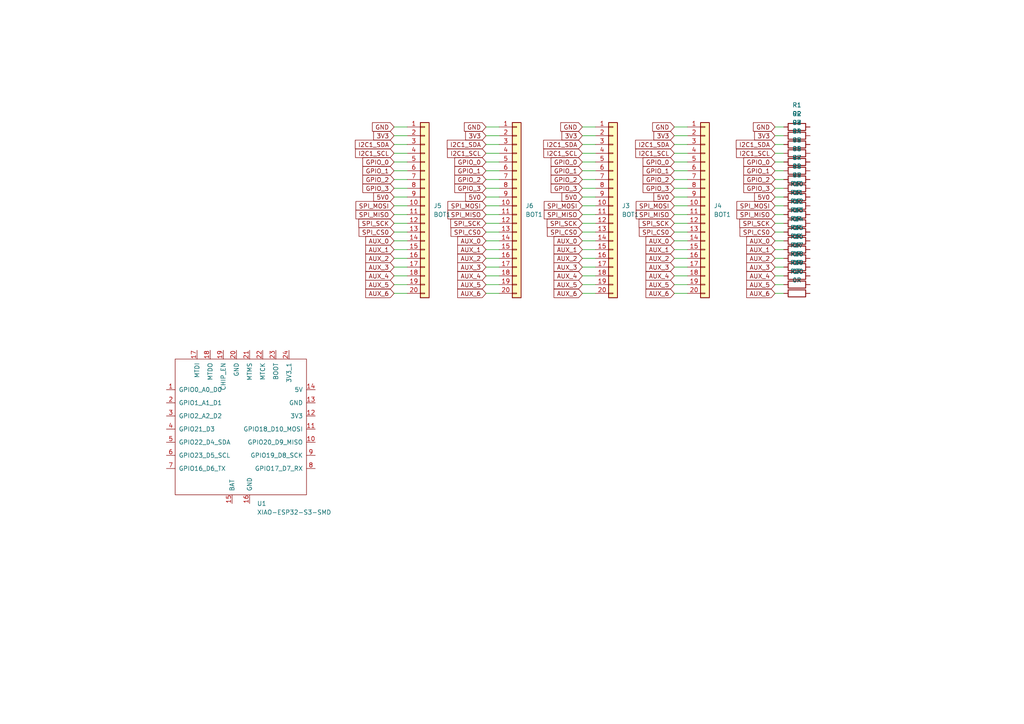
<source format=kicad_sch>
(kicad_sch (version 20250114) (generator "eeschema") (generator_version "9.0")
  (paper "A4")
  (lib_symbols
    (symbol "Connector_Generic:Conn_01x20" (pin_names (offset 1.016) (hide yes))
      (property "Reference" "J" (at 0 25.4 0))
      (property "Value" "Conn_01x20" (at 0 -27.94 0))
      (symbol "Conn_01x20_1_1"
        (rectangle (start -1.27 24.13) (end 1.27 -26.67) (stroke (width 0.254)) (fill (type background)))
        (rectangle (start -1.27 22.987) (end 0 22.733) (stroke (width 0.1524)))
        (rectangle (start -1.27 20.447) (end 0 20.193) (stroke (width 0.1524)))
        (rectangle (start -1.27 17.907) (end 0 17.653) (stroke (width 0.1524)))
        (rectangle (start -1.27 15.367) (end 0 15.113) (stroke (width 0.1524)))
        (rectangle (start -1.27 12.827) (end 0 12.573) (stroke (width 0.1524)))
        (rectangle (start -1.27 10.287) (end 0 10.033) (stroke (width 0.1524)))
        (rectangle (start -1.27 7.747) (end 0 7.493) (stroke (width 0.1524)))
        (rectangle (start -1.27 5.207) (end 0 4.953) (stroke (width 0.1524)))
        (rectangle (start -1.27 2.667) (end 0 2.413) (stroke (width 0.1524)))
        (rectangle (start -1.27 0.127) (end 0 -0.127) (stroke (width 0.1524)))
        (rectangle (start -1.27 -2.413) (end 0 -2.667) (stroke (width 0.1524)))
        (rectangle (start -1.27 -4.953) (end 0 -5.207) (stroke (width 0.1524)))
        (rectangle (start -1.27 -7.493) (end 0 -7.747) (stroke (width 0.1524)))
        (rectangle (start -1.27 -10.033) (end 0 -10.287) (stroke (width 0.1524)))
        (rectangle (start -1.27 -12.573) (end 0 -12.827) (stroke (width 0.1524)))
        (rectangle (start -1.27 -15.113) (end 0 -15.367) (stroke (width 0.1524)))
        (rectangle (start -1.27 -17.653) (end 0 -17.907) (stroke (width 0.1524)))
        (rectangle (start -1.27 -20.193) (end 0 -20.447) (stroke (width 0.1524)))
        (rectangle (start -1.27 -22.733) (end 0 -22.987) (stroke (width 0.1524)))
        (rectangle (start -1.27 -25.273) (end 0 -25.527) (stroke (width 0.1524)))
        (pin passive line (at -5.08 22.86 0) (length 3.81) (name "Pin_1") (number "1"))
        (pin passive line (at -5.08 20.32 0) (length 3.81) (name "Pin_2") (number "2"))
        (pin passive line (at -5.08 17.78 0) (length 3.81) (name "Pin_3") (number "3"))
        (pin passive line (at -5.08 15.24 0) (length 3.81) (name "Pin_4") (number "4"))
        (pin passive line (at -5.08 12.7 0) (length 3.81) (name "Pin_5") (number "5"))
        (pin passive line (at -5.08 10.16 0) (length 3.81) (name "Pin_6") (number "6"))
        (pin passive line (at -5.08 7.62 0) (length 3.81) (name "Pin_7") (number "7"))
        (pin passive line (at -5.08 5.08 0) (length 3.81) (name "Pin_8") (number "8"))
        (pin passive line (at -5.08 2.54 0) (length 3.81) (name "Pin_9") (number "9"))
        (pin passive line (at -5.08 0 0) (length 3.81) (name "Pin_10") (number "10"))
        (pin passive line (at -5.08 -2.54 0) (length 3.81) (name "Pin_11") (number "11"))
        (pin passive line (at -5.08 -5.08 0) (length 3.81) (name "Pin_12") (number "12"))
        (pin passive line (at -5.08 -7.62 0) (length 3.81) (name "Pin_13") (number "13"))
        (pin passive line (at -5.08 -10.16 0) (length 3.81) (name "Pin_14") (number "14"))
        (pin passive line (at -5.08 -12.7 0) (length 3.81) (name "Pin_15") (number "15"))
        (pin passive line (at -5.08 -15.24 0) (length 3.81) (name "Pin_16") (number "16"))
        (pin passive line (at -5.08 -17.78 0) (length 3.81) (name "Pin_17") (number "17"))
        (pin passive line (at -5.08 -20.32 0) (length 3.81) (name "Pin_18") (number "18"))
        (pin passive line (at -5.08 -22.86 0) (length 3.81) (name "Pin_19") (number "19"))
        (pin passive line (at -5.08 -25.4 0) (length 3.81) (name "Pin_20") (number "20"))
      )
    )
    (symbol "Device:R" (pin_numbers (hide yes)) (pin_names (offset 0))
      (property "Reference" "R" (at 2.032 0 90))
      (property "Value" "R" (at 0 0 90))
      (symbol "R_0_1"
        (rectangle (start -1.016 -2.54) (end 1.016 2.54) (stroke (width 0.254)))
      )
      (symbol "R_1_1"
        (pin passive line (at 0 3.81 270) (length 1.27) (name "~") (number "1"))
        (pin passive line (at 0 -3.81 90) (length 1.27) (name "~") (number "2"))
      )
    )
    (symbol "Seeed_Studio_XIAO_Series:XIAO-ESP32-C6-SMD" (pin_names (offset 1.016))
      (property "Reference" "U" (at -18.542 23.114 0))
      (property "Value" "XIAO-ESP32-S3-SMD" (at -8.382 21.336 0))
      (symbol "XIAO-ESP32-C6-SMD_0_1"
        (rectangle (start 19.05 -19.05) (end -19.05 20.32))
      )
      (symbol "XIAO-ESP32-C6-SMD_1_1"
        (pin passive line (at -21.59 11.43 0) (length 2.54) (name "GPIO0_A0_D0") (number "1"))
        (pin passive line (at -21.59 7.62 0) (length 2.54) (name "GPIO1_A1_D1") (number "2"))
        (pin passive line (at -21.59 3.81 0) (length 2.54) (name "GPIO2_A2_D2") (number "3"))
        (pin passive line (at -21.59 0 0) (length 2.54) (name "GPIO21_D3") (number "4"))
        (pin passive line (at -21.59 -3.81 0) (length 2.54) (name "GPIO22_D4_SDA") (number "5"))
        (pin passive line (at -21.59 -7.62 0) (length 2.54) (name "GPIO23_D5_SCL") (number "6"))
        (pin passive line (at -21.59 -11.43 0) (length 2.54) (name "GPIO16_D6_TX") (number "7"))
        (pin passive line (at -12.7 22.86 270) (length 2.54) (name "MTDI") (number "17"))
        (pin passive line (at -8.89 22.86 270) (length 2.54) (name "MTDO") (number "18"))
        (pin passive line (at -5.08 22.86 270) (length 2.54) (name "CHIP_EN") (number "19"))
        (pin passive line (at -2.54 -21.59 90) (length 2.54) (name "BAT") (number "15"))
        (pin passive line (at -1.27 22.86 270) (length 2.54) (name "GND") (number "20"))
        (pin passive line (at 2.54 22.86 270) (length 2.54) (name "MTMS") (number "21"))
        (pin passive line (at 2.54 -21.59 90) (length 2.54) (name "GND") (number "16"))
        (pin passive line (at 6.35 22.86 270) (length 2.54) (name "MTCK") (number "22"))
        (pin passive line (at 10.16 22.86 270) (length 2.54) (name "BOOT") (number "23"))
        (pin passive line (at 13.97 22.86 270) (length 2.54) (name "3V3_1") (number "24"))
        (pin passive line (at 21.59 11.43 180) (length 2.54) (name "5V") (number "14"))
        (pin passive line (at 21.59 7.62 180) (length 2.54) (name "GND") (number "13"))
        (pin passive line (at 21.59 3.81 180) (length 2.54) (name "3V3") (number "12"))
        (pin passive line (at 21.59 0 180) (length 2.54) (name "GPIO18_D10_MOSI") (number "11"))
        (pin passive line (at 21.59 -3.81 180) (length 2.54) (name "GPIO20_D9_MISO") (number "10"))
        (pin passive line (at 21.59 -7.62 180) (length 2.54) (name "GPIO19_D8_SCK") (number "9"))
        (pin passive line (at 21.59 -11.43 180) (length 2.54) (name "GPIO17_D7_RX") (number "8"))
      )
    )
  )
  (wire (pts (xy 140.97 69.85) (xy 144.78 69.85)))
  (wire (pts (xy 195.58 39.37) (xy 199.39 39.37)))
  (wire (pts (xy 224.79 62.23) (xy 227.33 62.23)))
  (wire (pts (xy 140.97 74.93) (xy 144.78 74.93)))
  (wire (pts (xy 140.97 77.47) (xy 144.78 77.47)))
  (wire (pts (xy 195.58 52.07) (xy 199.39 52.07)))
  (wire (pts (xy 168.91 77.47) (xy 172.72 77.47)))
  (wire (pts (xy 195.58 64.77) (xy 199.39 64.77)))
  (wire (pts (xy 195.58 80.01) (xy 199.39 80.01)))
  (wire (pts (xy 168.91 62.23) (xy 172.72 62.23)))
  (wire (pts (xy 195.58 67.31) (xy 199.39 67.31)))
  (wire (pts (xy 224.79 59.69) (xy 227.33 59.69)))
  (wire (pts (xy 168.91 54.61) (xy 172.72 54.61)))
  (wire (pts (xy 140.97 72.39) (xy 144.78 72.39)))
  (wire (pts (xy 195.58 85.09) (xy 199.39 85.09)))
  (wire (pts (xy 140.97 57.15) (xy 144.78 57.15)))
  (wire (pts (xy 195.58 46.99) (xy 199.39 46.99)))
  (wire (pts (xy 195.58 77.47) (xy 199.39 77.47)))
  (wire (pts (xy 195.58 36.83) (xy 199.39 36.83)))
  (wire (pts (xy 114.3 39.37) (xy 118.11 39.37)))
  (wire (pts (xy 114.3 82.55) (xy 118.11 82.55)))
  (wire (pts (xy 140.97 67.31) (xy 144.78 67.31)))
  (wire (pts (xy 114.3 77.47) (xy 118.11 77.47)))
  (wire (pts (xy 114.3 36.83) (xy 118.11 36.83)))
  (wire (pts (xy 195.58 74.93) (xy 199.39 74.93)))
  (wire (pts (xy 224.79 64.77) (xy 227.33 64.77)))
  (wire (pts (xy 168.91 44.45) (xy 172.72 44.45)))
  (wire (pts (xy 224.79 72.39) (xy 227.33 72.39)))
  (wire (pts (xy 168.91 49.53) (xy 172.72 49.53)))
  (wire (pts (xy 224.79 82.55) (xy 227.33 82.55)))
  (wire (pts (xy 140.97 41.91) (xy 144.78 41.91)))
  (wire (pts (xy 140.97 39.37) (xy 144.78 39.37)))
  (wire (pts (xy 114.3 74.93) (xy 118.11 74.93)))
  (wire (pts (xy 140.97 85.09) (xy 144.78 85.09)))
  (wire (pts (xy 224.79 74.93) (xy 227.33 74.93)))
  (wire (pts (xy 168.91 57.15) (xy 172.72 57.15)))
  (wire (pts (xy 114.3 54.61) (xy 118.11 54.61)))
  (wire (pts (xy 224.79 67.31) (xy 227.33 67.31)))
  (wire (pts (xy 114.3 72.39) (xy 118.11 72.39)))
  (wire (pts (xy 224.79 54.61) (xy 227.33 54.61)))
  (wire (pts (xy 224.79 36.83) (xy 227.33 36.83)))
  (wire (pts (xy 224.79 57.15) (xy 227.33 57.15)))
  (wire (pts (xy 114.3 57.15) (xy 118.11 57.15)))
  (wire (pts (xy 168.91 39.37) (xy 172.72 39.37)))
  (wire (pts (xy 195.58 54.61) (xy 199.39 54.61)))
  (wire (pts (xy 195.58 62.23) (xy 199.39 62.23)))
  (wire (pts (xy 168.91 59.69) (xy 172.72 59.69)))
  (wire (pts (xy 168.91 52.07) (xy 172.72 52.07)))
  (wire (pts (xy 224.79 46.99) (xy 227.33 46.99)))
  (wire (pts (xy 195.58 82.55) (xy 199.39 82.55)))
  (wire (pts (xy 114.3 52.07) (xy 118.11 52.07)))
  (wire (pts (xy 224.79 39.37) (xy 227.33 39.37)))
  (wire (pts (xy 114.3 49.53) (xy 118.11 49.53)))
  (wire (pts (xy 195.58 41.91) (xy 199.39 41.91)))
  (wire (pts (xy 195.58 59.69) (xy 199.39 59.69)))
  (wire (pts (xy 224.79 41.91) (xy 227.33 41.91)))
  (wire (pts (xy 168.91 46.99) (xy 172.72 46.99)))
  (wire (pts (xy 140.97 54.61) (xy 144.78 54.61)))
  (wire (pts (xy 195.58 57.15) (xy 199.39 57.15)))
  (wire (pts (xy 224.79 69.85) (xy 227.33 69.85)))
  (wire (pts (xy 114.3 85.09) (xy 118.11 85.09)))
  (wire (pts (xy 168.91 67.31) (xy 172.72 67.31)))
  (wire (pts (xy 224.79 85.09) (xy 227.33 85.09)))
  (wire (pts (xy 168.91 82.55) (xy 172.72 82.55)))
  (wire (pts (xy 114.3 62.23) (xy 118.11 62.23)))
  (wire (pts (xy 140.97 52.07) (xy 144.78 52.07)))
  (wire (pts (xy 195.58 69.85) (xy 199.39 69.85)))
  (wire (pts (xy 224.79 49.53) (xy 227.33 49.53)))
  (wire (pts (xy 140.97 46.99) (xy 144.78 46.99)))
  (wire (pts (xy 168.91 69.85) (xy 172.72 69.85)))
  (wire (pts (xy 224.79 77.47) (xy 227.33 77.47)))
  (wire (pts (xy 114.3 46.99) (xy 118.11 46.99)))
  (wire (pts (xy 140.97 36.83) (xy 144.78 36.83)))
  (wire (pts (xy 114.3 69.85) (xy 118.11 69.85)))
  (wire (pts (xy 140.97 49.53) (xy 144.78 49.53)))
  (wire (pts (xy 168.91 36.83) (xy 172.72 36.83)))
  (wire (pts (xy 224.79 80.01) (xy 227.33 80.01)))
  (wire (pts (xy 140.97 44.45) (xy 144.78 44.45)))
  (wire (pts (xy 195.58 49.53) (xy 199.39 49.53)))
  (wire (pts (xy 140.97 82.55) (xy 144.78 82.55)))
  (wire (pts (xy 168.91 85.09) (xy 172.72 85.09)))
  (wire (pts (xy 195.58 72.39) (xy 199.39 72.39)))
  (wire (pts (xy 168.91 41.91) (xy 172.72 41.91)))
  (wire (pts (xy 114.3 64.77) (xy 118.11 64.77)))
  (wire (pts (xy 140.97 59.69) (xy 144.78 59.69)))
  (wire (pts (xy 114.3 59.69) (xy 118.11 59.69)))
  (wire (pts (xy 168.91 72.39) (xy 172.72 72.39)))
  (wire (pts (xy 140.97 64.77) (xy 144.78 64.77)))
  (wire (pts (xy 114.3 44.45) (xy 118.11 44.45)))
  (wire (pts (xy 224.79 52.07) (xy 227.33 52.07)))
  (wire (pts (xy 140.97 80.01) (xy 144.78 80.01)))
  (wire (pts (xy 168.91 80.01) (xy 172.72 80.01)))
  (wire (pts (xy 114.3 41.91) (xy 118.11 41.91)))
  (wire (pts (xy 195.58 44.45) (xy 199.39 44.45)))
  (wire (pts (xy 168.91 74.93) (xy 172.72 74.93)))
  (wire (pts (xy 168.91 64.77) (xy 172.72 64.77)))
  (wire (pts (xy 114.3 67.31) (xy 118.11 67.31)))
  (wire (pts (xy 114.3 80.01) (xy 118.11 80.01)))
  (wire (pts (xy 140.97 62.23) (xy 144.78 62.23)))
  (wire (pts (xy 224.79 44.45) (xy 227.33 44.45)))
  (global_label "GPIO_0" (shape input) (at 224.79 46.99 180) (property "Intersheetrefs" "${INTERSHEET_REFS}" (effects (hide yes))))
  (global_label "SPI_SCK" (shape input) (at 224.79 64.77 180) (property "Intersheetrefs" "${INTERSHEET_REFS}" (effects (hide yes))))
  (global_label "AUX_2" (shape input) (at 195.58 74.93 180) (property "Intersheetrefs" "${INTERSHEET_REFS}" (effects (hide yes))))
  (global_label "GND" (shape input) (at 114.3 36.83 180) (property "Intersheetrefs" "${INTERSHEET_REFS}" (effects (hide yes))))
  (global_label "GPIO_2" (shape input) (at 168.91 52.07 180) (property "Intersheetrefs" "${INTERSHEET_REFS}" (effects (hide yes))))
  (global_label "GND" (shape input) (at 195.58 36.83 180) (property "Intersheetrefs" "${INTERSHEET_REFS}" (effects (hide yes))))
  (global_label "SPI_CS0" (shape input) (at 224.79 67.31 180) (property "Intersheetrefs" "${INTERSHEET_REFS}" (effects (hide yes))))
  (global_label "I2C1_SDA" (shape input) (at 168.91 41.91 180) (property "Intersheetrefs" "${INTERSHEET_REFS}" (effects (hide yes))))
  (global_label "SPI_SCK" (shape input) (at 114.3 64.77 180) (property "Intersheetrefs" "${INTERSHEET_REFS}" (effects (hide yes))))
  (global_label "SPI_SCK" (shape input) (at 140.97 64.77 180) (property "Intersheetrefs" "${INTERSHEET_REFS}" (effects (hide yes))))
  (global_label "AUX_6" (shape input) (at 195.58 85.09 180) (property "Intersheetrefs" "${INTERSHEET_REFS}" (effects (hide yes))))
  (global_label "GPIO_1" (shape input) (at 114.3 49.53 180) (property "Intersheetrefs" "${INTERSHEET_REFS}" (effects (hide yes))))
  (global_label "AUX_4" (shape input) (at 168.91 80.01 180) (property "Intersheetrefs" "${INTERSHEET_REFS}" (effects (hide yes))))
  (global_label "SPI_MOSI" (shape input) (at 140.97 59.69 180) (property "Intersheetrefs" "${INTERSHEET_REFS}" (effects (hide yes))))
  (global_label "SPI_MISO" (shape input) (at 168.91 62.23 180) (property "Intersheetrefs" "${INTERSHEET_REFS}" (effects (hide yes))))
  (global_label "3V3" (shape input) (at 224.79 39.37 180) (property "Intersheetrefs" "${INTERSHEET_REFS}" (effects (hide yes))))
  (global_label "SPI_CS0" (shape input) (at 195.58 67.31 180) (property "Intersheetrefs" "${INTERSHEET_REFS}" (effects (hide yes))))
  (global_label "SPI_MOSI" (shape input) (at 224.79 59.69 180) (property "Intersheetrefs" "${INTERSHEET_REFS}" (effects (hide yes))))
  (global_label "AUX_5" (shape input) (at 140.97 82.55 180) (property "Intersheetrefs" "${INTERSHEET_REFS}" (effects (hide yes))))
  (global_label "SPI_MISO" (shape input) (at 140.97 62.23 180) (property "Intersheetrefs" "${INTERSHEET_REFS}" (effects (hide yes))))
  (global_label "GPIO_1" (shape input) (at 168.91 49.53 180) (property "Intersheetrefs" "${INTERSHEET_REFS}" (effects (hide yes))))
  (global_label "AUX_3" (shape input) (at 195.58 77.47 180) (property "Intersheetrefs" "${INTERSHEET_REFS}" (effects (hide yes))))
  (global_label "SPI_MOSI" (shape input) (at 114.3 59.69 180) (property "Intersheetrefs" "${INTERSHEET_REFS}" (effects (hide yes))))
  (global_label "AUX_0" (shape input) (at 114.3 69.85 180) (property "Intersheetrefs" "${INTERSHEET_REFS}" (effects (hide yes))))
  (global_label "AUX_2" (shape input) (at 114.3 74.93 180) (property "Intersheetrefs" "${INTERSHEET_REFS}" (effects (hide yes))))
  (global_label "SPI_CS0" (shape input) (at 140.97 67.31 180) (property "Intersheetrefs" "${INTERSHEET_REFS}" (effects (hide yes))))
  (global_label "AUX_3" (shape input) (at 168.91 77.47 180) (property "Intersheetrefs" "${INTERSHEET_REFS}" (effects (hide yes))))
  (global_label "AUX_5" (shape input) (at 114.3 82.55 180) (property "Intersheetrefs" "${INTERSHEET_REFS}" (effects (hide yes))))
  (global_label "SPI_MOSI" (shape input) (at 195.58 59.69 180) (property "Intersheetrefs" "${INTERSHEET_REFS}" (effects (hide yes))))
  (global_label "5V0" (shape input) (at 114.3 57.15 180) (property "Intersheetrefs" "${INTERSHEET_REFS}" (effects (hide yes))))
  (global_label "GPIO_2" (shape input) (at 224.79 52.07 180) (property "Intersheetrefs" "${INTERSHEET_REFS}" (effects (hide yes))))
  (global_label "GPIO_0" (shape input) (at 140.97 46.99 180) (property "Intersheetrefs" "${INTERSHEET_REFS}" (effects (hide yes))))
  (global_label "GPIO_1" (shape input) (at 140.97 49.53 180) (property "Intersheetrefs" "${INTERSHEET_REFS}" (effects (hide yes))))
  (global_label "GPIO_2" (shape input) (at 140.97 52.07 180) (property "Intersheetrefs" "${INTERSHEET_REFS}" (effects (hide yes))))
  (global_label "SPI_SCK" (shape input) (at 195.58 64.77 180) (property "Intersheetrefs" "${INTERSHEET_REFS}" (effects (hide yes))))
  (global_label "5V0" (shape input) (at 140.97 57.15 180) (property "Intersheetrefs" "${INTERSHEET_REFS}" (effects (hide yes))))
  (global_label "AUX_0" (shape input) (at 195.58 69.85 180) (property "Intersheetrefs" "${INTERSHEET_REFS}" (effects (hide yes))))
  (global_label "GPIO_3" (shape input) (at 168.91 54.61 180) (property "Intersheetrefs" "${INTERSHEET_REFS}" (effects (hide yes))))
  (global_label "AUX_1" (shape input) (at 140.97 72.39 180) (property "Intersheetrefs" "${INTERSHEET_REFS}" (effects (hide yes))))
  (global_label "AUX_0" (shape input) (at 140.97 69.85 180) (property "Intersheetrefs" "${INTERSHEET_REFS}" (effects (hide yes))))
  (global_label "I2C1_SDA" (shape input) (at 140.97 41.91 180) (property "Intersheetrefs" "${INTERSHEET_REFS}" (effects (hide yes))))
  (global_label "AUX_3" (shape input) (at 114.3 77.47 180) (property "Intersheetrefs" "${INTERSHEET_REFS}" (effects (hide yes))))
  (global_label "SPI_MISO" (shape input) (at 195.58 62.23 180) (property "Intersheetrefs" "${INTERSHEET_REFS}" (effects (hide yes))))
  (global_label "GPIO_3" (shape input) (at 224.79 54.61 180) (property "Intersheetrefs" "${INTERSHEET_REFS}" (effects (hide yes))))
  (global_label "AUX_3" (shape input) (at 224.79 77.47 180) (property "Intersheetrefs" "${INTERSHEET_REFS}" (effects (hide yes))))
  (global_label "AUX_4" (shape input) (at 195.58 80.01 180) (property "Intersheetrefs" "${INTERSHEET_REFS}" (effects (hide yes))))
  (global_label "AUX_4" (shape input) (at 114.3 80.01 180) (property "Intersheetrefs" "${INTERSHEET_REFS}" (effects (hide yes))))
  (global_label "AUX_3" (shape input) (at 140.97 77.47 180) (property "Intersheetrefs" "${INTERSHEET_REFS}" (effects (hide yes))))
  (global_label "GPIO_1" (shape input) (at 195.58 49.53 180) (property "Intersheetrefs" "${INTERSHEET_REFS}" (effects (hide yes))))
  (global_label "5V0" (shape input) (at 195.58 57.15 180) (property "Intersheetrefs" "${INTERSHEET_REFS}" (effects (hide yes))))
  (global_label "GPIO_2" (shape input) (at 195.58 52.07 180) (property "Intersheetrefs" "${INTERSHEET_REFS}" (effects (hide yes))))
  (global_label "AUX_4" (shape input) (at 140.97 80.01 180) (property "Intersheetrefs" "${INTERSHEET_REFS}" (effects (hide yes))))
  (global_label "I2C1_SDA" (shape input) (at 195.58 41.91 180) (property "Intersheetrefs" "${INTERSHEET_REFS}" (effects (hide yes))))
  (global_label "AUX_6" (shape input) (at 114.3 85.09 180) (property "Intersheetrefs" "${INTERSHEET_REFS}" (effects (hide yes))))
  (global_label "SPI_CS0" (shape input) (at 168.91 67.31 180) (property "Intersheetrefs" "${INTERSHEET_REFS}" (effects (hide yes))))
  (global_label "SPI_CS0" (shape input) (at 114.3 67.31 180) (property "Intersheetrefs" "${INTERSHEET_REFS}" (effects (hide yes))))
  (global_label "I2C1_SCL" (shape input) (at 114.3 44.45 180) (property "Intersheetrefs" "${INTERSHEET_REFS}" (effects (hide yes))))
  (global_label "AUX_1" (shape input) (at 168.91 72.39 180) (property "Intersheetrefs" "${INTERSHEET_REFS}" (effects (hide yes))))
  (global_label "5V0" (shape input) (at 224.79 57.15 180) (property "Intersheetrefs" "${INTERSHEET_REFS}" (effects (hide yes))))
  (global_label "GND" (shape input) (at 168.91 36.83 180) (property "Intersheetrefs" "${INTERSHEET_REFS}" (effects (hide yes))))
  (global_label "I2C1_SCL" (shape input) (at 195.58 44.45 180) (property "Intersheetrefs" "${INTERSHEET_REFS}" (effects (hide yes))))
  (global_label "AUX_1" (shape input) (at 224.79 72.39 180) (property "Intersheetrefs" "${INTERSHEET_REFS}" (effects (hide yes))))
  (global_label "3V3" (shape input) (at 114.3 39.37 180) (property "Intersheetrefs" "${INTERSHEET_REFS}" (effects (hide yes))))
  (global_label "GND" (shape input) (at 140.97 36.83 180) (property "Intersheetrefs" "${INTERSHEET_REFS}" (effects (hide yes))))
  (global_label "AUX_2" (shape input) (at 168.91 74.93 180) (property "Intersheetrefs" "${INTERSHEET_REFS}" (effects (hide yes))))
  (global_label "SPI_SCK" (shape input) (at 168.91 64.77 180) (property "Intersheetrefs" "${INTERSHEET_REFS}" (effects (hide yes))))
  (global_label "AUX_6" (shape input) (at 168.91 85.09 180) (property "Intersheetrefs" "${INTERSHEET_REFS}" (effects (hide yes))))
  (global_label "I2C1_SCL" (shape input) (at 140.97 44.45 180) (property "Intersheetrefs" "${INTERSHEET_REFS}" (effects (hide yes))))
  (global_label "AUX_0" (shape input) (at 224.79 69.85 180) (property "Intersheetrefs" "${INTERSHEET_REFS}" (effects (hide yes))))
  (global_label "SPI_MISO" (shape input) (at 224.79 62.23 180) (property "Intersheetrefs" "${INTERSHEET_REFS}" (effects (hide yes))))
  (global_label "AUX_2" (shape input) (at 224.79 74.93 180) (property "Intersheetrefs" "${INTERSHEET_REFS}" (effects (hide yes))))
  (global_label "GPIO_0" (shape input) (at 114.3 46.99 180) (property "Intersheetrefs" "${INTERSHEET_REFS}" (effects (hide yes))))
  (global_label "GPIO_0" (shape input) (at 195.58 46.99 180) (property "Intersheetrefs" "${INTERSHEET_REFS}" (effects (hide yes))))
  (global_label "GPIO_2" (shape input) (at 114.3 52.07 180) (property "Intersheetrefs" "${INTERSHEET_REFS}" (effects (hide yes))))
  (global_label "AUX_5" (shape input) (at 195.58 82.55 180) (property "Intersheetrefs" "${INTERSHEET_REFS}" (effects (hide yes))))
  (global_label "I2C1_SCL" (shape input) (at 168.91 44.45 180) (property "Intersheetrefs" "${INTERSHEET_REFS}" (effects (hide yes))))
  (global_label "GPIO_1" (shape input) (at 224.79 49.53 180) (property "Intersheetrefs" "${INTERSHEET_REFS}" (effects (hide yes))))
  (global_label "SPI_MOSI" (shape input) (at 168.91 59.69 180) (property "Intersheetrefs" "${INTERSHEET_REFS}" (effects (hide yes))))
  (global_label "AUX_0" (shape input) (at 168.91 69.85 180) (property "Intersheetrefs" "${INTERSHEET_REFS}" (effects (hide yes))))
  (global_label "AUX_5" (shape input) (at 168.91 82.55 180) (property "Intersheetrefs" "${INTERSHEET_REFS}" (effects (hide yes))))
  (global_label "AUX_1" (shape input) (at 195.58 72.39 180) (property "Intersheetrefs" "${INTERSHEET_REFS}" (effects (hide yes))))
  (global_label "GPIO_3" (shape input) (at 195.58 54.61 180) (property "Intersheetrefs" "${INTERSHEET_REFS}" (effects (hide yes))))
  (global_label "GND" (shape input) (at 224.79 36.83 180) (property "Intersheetrefs" "${INTERSHEET_REFS}" (effects (hide yes))))
  (global_label "GPIO_0" (shape input) (at 168.91 46.99 180) (property "Intersheetrefs" "${INTERSHEET_REFS}" (effects (hide yes))))
  (global_label "5V0" (shape input) (at 168.91 57.15 180) (property "Intersheetrefs" "${INTERSHEET_REFS}" (effects (hide yes))))
  (global_label "AUX_6" (shape input) (at 224.79 85.09 180) (property "Intersheetrefs" "${INTERSHEET_REFS}" (effects (hide yes))))
  (global_label "AUX_6" (shape input) (at 140.97 85.09 180) (property "Intersheetrefs" "${INTERSHEET_REFS}" (effects (hide yes))))
  (global_label "3V3" (shape input) (at 168.91 39.37 180) (property "Intersheetrefs" "${INTERSHEET_REFS}" (effects (hide yes))))
  (global_label "I2C1_SDA" (shape input) (at 114.3 41.91 180) (property "Intersheetrefs" "${INTERSHEET_REFS}" (effects (hide yes))))
  (global_label "AUX_2" (shape input) (at 140.97 74.93 180) (property "Intersheetrefs" "${INTERSHEET_REFS}" (effects (hide yes))))
  (global_label "AUX_5" (shape input) (at 224.79 82.55 180) (property "Intersheetrefs" "${INTERSHEET_REFS}" (effects (hide yes))))
  (global_label "SPI_MISO" (shape input) (at 114.3 62.23 180) (property "Intersheetrefs" "${INTERSHEET_REFS}" (effects (hide yes))))
  (global_label "3V3" (shape input) (at 195.58 39.37 180) (property "Intersheetrefs" "${INTERSHEET_REFS}" (effects (hide yes))))
  (global_label "AUX_1" (shape input) (at 114.3 72.39 180) (property "Intersheetrefs" "${INTERSHEET_REFS}" (effects (hide yes))))
  (global_label "GPIO_3" (shape input) (at 140.97 54.61 180) (property "Intersheetrefs" "${INTERSHEET_REFS}" (effects (hide yes))))
  (global_label "3V3" (shape input) (at 140.97 39.37 180) (property "Intersheetrefs" "${INTERSHEET_REFS}" (effects (hide yes))))
  (global_label "AUX_4" (shape input) (at 224.79 80.01 180) (property "Intersheetrefs" "${INTERSHEET_REFS}" (effects (hide yes))))
  (global_label "I2C1_SCL" (shape input) (at 224.79 44.45 180) (property "Intersheetrefs" "${INTERSHEET_REFS}" (effects (hide yes))))
  (global_label "I2C1_SDA" (shape input) (at 224.79 41.91 180) (property "Intersheetrefs" "${INTERSHEET_REFS}" (effects (hide yes))))
  (global_label "GPIO_3" (shape input) (at 114.3 54.61 180) (property "Intersheetrefs" "${INTERSHEET_REFS}" (effects (hide yes))))
  (symbol (lib_id "Device:R") (at 231.14 41.91 90) (unit 1)
    (property "Reference" "R3" (at 231.14 35.56 90))
    (property "Value" "0R" (at 231.14 38.1 90))
    (property "Footprint" "Resistor_SMD:R_0402_1005Metric" (effects (hide yes)))
    (property "Description" "Resistor" (effects (hide yes)))
  )
  (symbol (lib_id "Device:R") (at 231.14 49.53 90) (unit 1)
    (property "Reference" "R6" (at 231.14 43.18 90))
    (property "Value" "0R" (at 231.14 45.72 90))
    (property "Footprint" "Resistor_SMD:R_0402_1005Metric" (effects (hide yes)))
    (property "Description" "Resistor" (effects (hide yes)))
  )
  (symbol (lib_id "Device:R") (at 231.14 69.85 90) (unit 1)
    (property "Reference" "R14" (at 231.14 63.5 90))
    (property "Value" "0R" (at 231.14 66.04 90))
    (property "Footprint" "Resistor_SMD:R_0402_1005Metric" (effects (hide yes)))
    (property "Description" "Resistor" (effects (hide yes)))
  )
  (symbol (lib_id "Seeed_Studio_XIAO_Series:XIAO-ESP32-C6-SMD") (at 69.85 124.46 0) (unit 1)
    (property "Reference" "U1" (at 74.5333 146.05 0) (effects (justify left)))
    (property "Value" "XIAO-ESP32-S3-SMD" (at 74.5333 148.59 0) (effects (justify left)))
    (property "Footprint" "Library:XIAO-ESP32C6-SMD" (effects (hide yes)))
  )
  (symbol (lib_id "Device:R") (at 231.14 52.07 90) (unit 1)
    (property "Reference" "R7" (at 231.14 45.72 90))
    (property "Value" "0R" (at 231.14 48.26 90))
    (property "Footprint" "Resistor_SMD:R_0402_1005Metric" (effects (hide yes)))
    (property "Description" "Resistor" (effects (hide yes)))
  )
  (symbol (lib_id "Connector_Generic:Conn_01x20") (at 123.19 59.69 0) (unit 1)
    (property "Reference" "J5" (at 125.73 59.6899 0) (effects (justify left)))
    (property "Value" "BOT1" (at 125.73 62.2299 0) (effects (justify left)))
    (property "Footprint" "Library:ForgeLabs_Interconnect_WIIIIDE" (effects (hide yes)))
    (property "Description" "Generic connector, single row, 01x20, script generated (kicad-library-utils/schlib/autogen/connector/)" (effects (hide yes)))
  )
  (symbol (lib_id "Device:R") (at 231.14 82.55 90) (unit 1)
    (property "Reference" "R19" (at 231.14 76.2 90))
    (property "Value" "0R" (at 231.14 78.74 90))
    (property "Footprint" "Resistor_SMD:R_0402_1005Metric" (effects (hide yes)))
    (property "Description" "Resistor" (effects (hide yes)))
  )
  (symbol (lib_id "Device:R") (at 231.14 72.39 90) (unit 1)
    (property "Reference" "R15" (at 231.14 66.04 90))
    (property "Value" "0R" (at 231.14 68.58 90))
    (property "Footprint" "Resistor_SMD:R_0402_1005Metric" (effects (hide yes)))
    (property "Description" "Resistor" (effects (hide yes)))
  )
  (symbol (lib_id "Connector_Generic:Conn_01x20") (at 149.86 59.69 0) (unit 1)
    (property "Reference" "J6" (at 152.4 59.6899 0) (effects (justify left)))
    (property "Value" "BOT1" (at 152.4 62.2299 0) (effects (justify left)))
    (property "Footprint" "Library:ForgeLabs_Interconnect_WIIIIDE" (effects (hide yes)))
    (property "Description" "Generic connector, single row, 01x20, script generated (kicad-library-utils/schlib/autogen/connector/)" (effects (hide yes)))
  )
  (symbol (lib_id "Device:R") (at 231.14 57.15 90) (unit 1)
    (property "Reference" "R9" (at 231.14 50.8 90))
    (property "Value" "0R" (at 231.14 53.34 90))
    (property "Footprint" "Resistor_SMD:R_0402_1005Metric" (effects (hide yes)))
    (property "Description" "Resistor" (effects (hide yes)))
  )
  (symbol (lib_id "Device:R") (at 231.14 39.37 90) (unit 1)
    (property "Reference" "R2" (at 231.14 33.02 90))
    (property "Value" "0R" (at 231.14 35.56 90))
    (property "Footprint" "Resistor_SMD:R_0402_1005Metric" (effects (hide yes)))
    (property "Description" "Resistor" (effects (hide yes)))
  )
  (symbol (lib_id "Device:R") (at 231.14 44.45 90) (unit 1)
    (property "Reference" "R4" (at 231.14 38.1 90))
    (property "Value" "0R" (at 231.14 40.64 90))
    (property "Footprint" "Resistor_SMD:R_0402_1005Metric" (effects (hide yes)))
    (property "Description" "Resistor" (effects (hide yes)))
  )
  (symbol (lib_id "Connector_Generic:Conn_01x20") (at 204.47 59.69 0) (unit 1)
    (property "Reference" "J4" (at 207.01 59.6899 0) (effects (justify left)))
    (property "Value" "BOT1" (at 207.01 62.2299 0) (effects (justify left)))
    (property "Footprint" "Library:ForgeLabs_Interconnect_WIIIIDE" (effects (hide yes)))
    (property "Description" "Generic connector, single row, 01x20, script generated (kicad-library-utils/schlib/autogen/connector/)" (effects (hide yes)))
  )
  (symbol (lib_id "Device:R") (at 231.14 80.01 90) (unit 1)
    (property "Reference" "R18" (at 231.14 73.66 90))
    (property "Value" "0R" (at 231.14 76.2 90))
    (property "Footprint" "Resistor_SMD:R_0402_1005Metric" (effects (hide yes)))
    (property "Description" "Resistor" (effects (hide yes)))
  )
  (symbol (lib_id "Device:R") (at 231.14 85.09 90) (unit 1)
    (property "Reference" "R20" (at 231.14 78.74 90))
    (property "Value" "0R" (at 231.14 81.28 90))
    (property "Footprint" "Resistor_SMD:R_0402_1005Metric" (effects (hide yes)))
    (property "Description" "Resistor" (effects (hide yes)))
  )
  (symbol (lib_id "Device:R") (at 231.14 59.69 90) (unit 1)
    (property "Reference" "R10" (at 231.14 53.34 90))
    (property "Value" "0R" (at 231.14 55.88 90))
    (property "Footprint" "Resistor_SMD:R_0402_1005Metric" (effects (hide yes)))
    (property "Description" "Resistor" (effects (hide yes)))
  )
  (symbol (lib_id "Device:R") (at 231.14 62.23 90) (unit 1)
    (property "Reference" "R11" (at 231.14 55.88 90))
    (property "Value" "0R" (at 231.14 58.42 90))
    (property "Footprint" "Resistor_SMD:R_0402_1005Metric" (effects (hide yes)))
    (property "Description" "Resistor" (effects (hide yes)))
  )
  (symbol (lib_id "Device:R") (at 231.14 74.93 90) (unit 1)
    (property "Reference" "R16" (at 231.14 68.58 90))
    (property "Value" "0R" (at 231.14 71.12 90))
    (property "Footprint" "Resistor_SMD:R_0402_1005Metric" (effects (hide yes)))
    (property "Description" "Resistor" (effects (hide yes)))
  )
  (symbol (lib_id "Device:R") (at 231.14 54.61 90) (unit 1)
    (property "Reference" "R8" (at 231.14 48.26 90))
    (property "Value" "0R" (at 231.14 50.8 90))
    (property "Footprint" "Resistor_SMD:R_0402_1005Metric" (effects (hide yes)))
    (property "Description" "Resistor" (effects (hide yes)))
  )
  (symbol (lib_id "Device:R") (at 231.14 36.83 90) (unit 1)
    (property "Reference" "R1" (at 231.14 30.48 90))
    (property "Value" "0R" (at 231.14 33.02 90))
    (property "Footprint" "Resistor_SMD:R_0402_1005Metric" (effects (hide yes)))
    (property "Description" "Resistor" (effects (hide yes)))
  )
  (symbol (lib_id "Device:R") (at 231.14 67.31 90) (unit 1)
    (property "Reference" "R13" (at 231.14 60.96 90))
    (property "Value" "0R" (at 231.14 63.5 90))
    (property "Footprint" "Resistor_SMD:R_0402_1005Metric" (effects (hide yes)))
    (property "Description" "Resistor" (effects (hide yes)))
  )
  (symbol (lib_id "Device:R") (at 231.14 46.99 90) (unit 1)
    (property "Reference" "R5" (at 231.14 40.64 90))
    (property "Value" "0R" (at 231.14 43.18 90))
    (property "Footprint" "Resistor_SMD:R_0402_1005Metric" (effects (hide yes)))
    (property "Description" "Resistor" (effects (hide yes)))
  )
  (symbol (lib_id "Device:R") (at 231.14 77.47 90) (unit 1)
    (property "Reference" "R17" (at 231.14 71.12 90))
    (property "Value" "0R" (at 231.14 73.66 90))
    (property "Footprint" "Resistor_SMD:R_0402_1005Metric" (effects (hide yes)))
    (property "Description" "Resistor" (effects (hide yes)))
  )
  (symbol (lib_id "Device:R") (at 231.14 64.77 90) (unit 1)
    (property "Reference" "R12" (at 231.14 58.42 90))
    (property "Value" "0R" (at 231.14 60.96 90))
    (property "Footprint" "Resistor_SMD:R_0402_1005Metric" (effects (hide yes)))
    (property "Description" "Resistor" (effects (hide yes)))
  )
  (symbol (lib_id "Connector_Generic:Conn_01x20") (at 177.8 59.69 0) (unit 1)
    (property "Reference" "J3" (at 180.34 59.6899 0) (effects (justify left)))
    (property "Value" "BOT1" (at 180.34 62.2299 0) (effects (justify left)))
    (property "Footprint" "Library:ForgeLabs_Interconnect_WIIIIDE" (effects (hide yes)))
    (property "Description" "Generic connector, single row, 01x20, script generated (kicad-library-utils/schlib/autogen/connector/)" (effects (hide yes)))
  )
)
</source>
